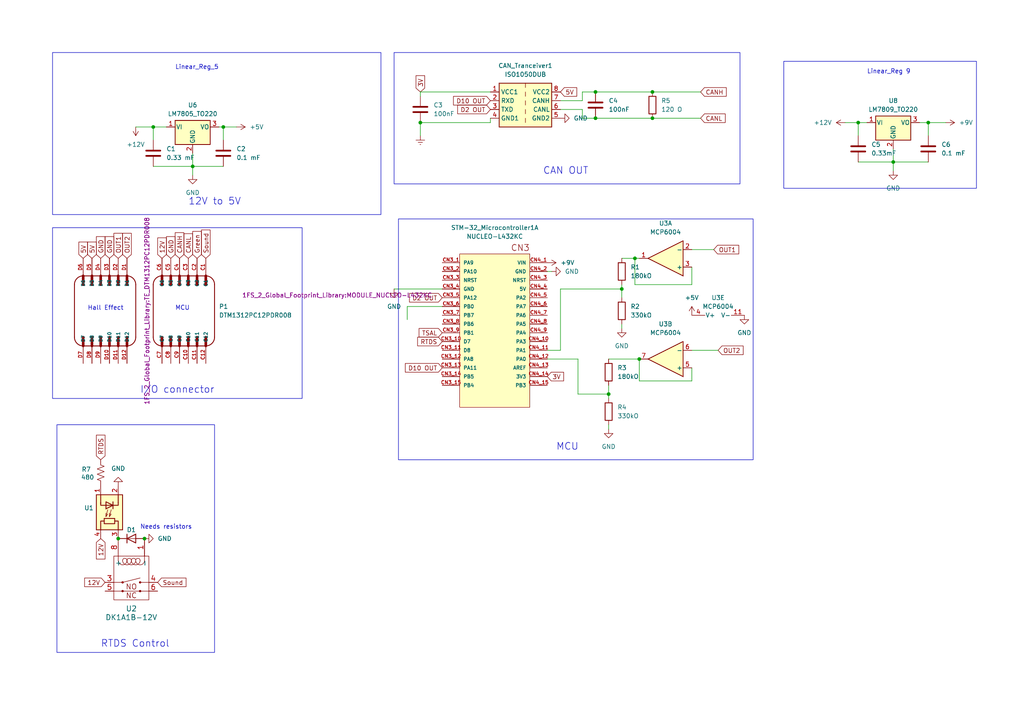
<source format=kicad_sch>
(kicad_sch (version 20230121) (generator eeschema)
  (paper "A4")
  (title_block (title "APPS/RTDS MCU PCB") (date "2024-02-18") (comment 1 "MCU sends APPS signals through CAN and controls RTDS and TSAL"))
  (lib_symbols
    (symbol "1FS_2_Global_Symbol_Library:DTM1312PC12PDR008" (pin_names (offset 1.016))
      (property "Reference" "P" (at -10.1854 20.3707 0))
      (property "Value" "DTM1312PC12PDR008" (at -10.1731 -22.8896 0))
      (symbol "DTM1312PC12PDR008_0_0"
        (arc (start -10.16 -17.78) (mid -9.4161 -19.5761) (end -7.62 -20.32) (stroke (width 0.254)))
        (arc (start -10.16 5.08) (mid -9.4161 3.2839) (end -7.62 2.54) (stroke (width 0.254)))
        (arc (start -7.62 -2.54) (mid -9.4161 -3.2839) (end -10.16 -5.08) (stroke (width 0.254)))
        (arc (start -7.62 20.32) (mid -9.4161 19.5761) (end -10.16 17.78) (stroke (width 0.254)))
        (polyline (pts (xy -10.16 -17.78) (xy -10.16 -15.24)) (stroke (width 0.254)))
        (polyline (pts (xy -10.16 -17.78) (xy -7.62 -17.78)) (stroke (width 0.762)))
        (polyline (pts (xy -10.16 -15.24) (xy -10.16 -12.7)) (stroke (width 0.254)))
        (polyline (pts (xy -10.16 -15.24) (xy -7.62 -15.24)) (stroke (width 0.762)))
        (polyline (pts (xy -10.16 -12.7) (xy -10.16 -10.16)) (stroke (width 0.254)))
        (polyline (pts (xy -10.16 -12.7) (xy -7.62 -12.7)) (stroke (width 0.762)))
        (polyline (pts (xy -10.16 -10.16) (xy -10.16 -7.62)) (stroke (width 0.254)))
        (polyline (pts (xy -10.16 -10.16) (xy -7.62 -10.16)) (stroke (width 0.762)))
        (polyline (pts (xy -10.16 -7.62) (xy -10.16 -5.08)) (stroke (width 0.254)))
        (polyline (pts (xy -10.16 -7.62) (xy -7.62 -7.62)) (stroke (width 0.762)))
        (polyline (pts (xy -10.16 -5.08) (xy -7.62 -5.08)) (stroke (width 0.762)))
        (polyline (pts (xy -10.16 5.08) (xy -10.16 7.62)) (stroke (width 0.254)))
        (polyline (pts (xy -10.16 5.08) (xy -7.62 5.08)) (stroke (width 0.762)))
        (polyline (pts (xy -10.16 7.62) (xy -10.16 10.16)) (stroke (width 0.254)))
        (polyline (pts (xy -10.16 7.62) (xy -7.62 7.62)) (stroke (width 0.762)))
        (polyline (pts (xy -10.16 10.16) (xy -10.16 12.7)) (stroke (width 0.254)))
        (polyline (pts (xy -10.16 10.16) (xy -7.62 10.16)) (stroke (width 0.762)))
        (polyline (pts (xy -10.16 12.7) (xy -10.16 15.24)) (stroke (width 0.254)))
        (polyline (pts (xy -10.16 12.7) (xy -7.62 12.7)) (stroke (width 0.762)))
        (polyline (pts (xy -10.16 15.24) (xy -10.16 17.78)) (stroke (width 0.254)))
        (polyline (pts (xy -10.16 15.24) (xy -7.62 15.24)) (stroke (width 0.762)))
        (polyline (pts (xy -10.16 17.78) (xy -7.62 17.78)) (stroke (width 0.762)))
        (polyline (pts (xy -7.62 -2.54) (xy 7.62 -2.54)) (stroke (width 0.254)))
        (polyline (pts (xy -7.62 20.32) (xy 7.62 20.32)) (stroke (width 0.254)))
        (polyline (pts (xy 7.62 -20.32) (xy -7.62 -20.32)) (stroke (width 0.254)))
        (polyline (pts (xy 7.62 -17.78) (xy 10.16 -17.78)) (stroke (width 0.762)))
        (polyline (pts (xy 7.62 -15.24) (xy 10.16 -15.24)) (stroke (width 0.762)))
        (polyline (pts (xy 7.62 -12.7) (xy 10.16 -12.7)) (stroke (width 0.762)))
        (polyline (pts (xy 7.62 -10.16) (xy 10.16 -10.16)) (stroke (width 0.762)))
        (polyline (pts (xy 7.62 -7.62) (xy 10.16 -7.62)) (stroke (width 0.762)))
        (polyline (pts (xy 7.62 -5.08) (xy 10.16 -5.08)) (stroke (width 0.762)))
        (polyline (pts (xy 7.62 2.54) (xy -7.62 2.54)) (stroke (width 0.254)))
        (polyline (pts (xy 7.62 5.08) (xy 10.16 5.08)) (stroke (width 0.762)))
        (polyline (pts (xy 7.62 7.62) (xy 10.16 7.62)) (stroke (width 0.762)))
        (polyline (pts (xy 7.62 10.16) (xy 10.16 10.16)) (stroke (width 0.762)))
        (polyline (pts (xy 7.62 12.7) (xy 10.16 12.7)) (stroke (width 0.762)))
        (polyline (pts (xy 7.62 15.24) (xy 10.16 15.24)) (stroke (width 0.762)))
        (polyline (pts (xy 7.62 17.78) (xy 10.16 17.78)) (stroke (width 0.762)))
        (polyline (pts (xy 10.16 -5.08) (xy 10.16 -17.78)) (stroke (width 0.254)))
        (polyline (pts (xy 10.16 17.78) (xy 10.16 5.08)) (stroke (width 0.254)))
        (arc (start 7.62 -20.32) (mid 9.4161 -19.5761) (end 10.16 -17.78) (stroke (width 0.254)))
        (arc (start 7.62 2.54) (mid 9.4161 3.2839) (end 10.16 5.08) (stroke (width 0.254)))
        (arc (start 10.16 -5.08) (mid 9.4161 -3.2839) (end 7.62 -2.54) (stroke (width 0.254)))
        (arc (start 10.16 17.78) (mid 9.4161 19.5761) (end 7.62 20.32) (stroke (width 0.254)))
        (pin passive line (at -15.24 17.78 0) (length 5.08) (name "C1") (number "C1"))
        (pin passive line (at 15.24 12.7 180) (length 5.08) (name "C10") (number "C10"))
        (pin passive line (at 15.24 15.24 180) (length 5.08) (name "C11") (number "C11"))
        (pin passive line (at 15.24 17.78 180) (length 5.08) (name "C12") (number "C12"))
        (pin passive line (at -15.24 15.24 0) (length 5.08) (name "C2") (number "C2"))
        (pin passive line (at -15.24 12.7 0) (length 5.08) (name "C3") (number "C3"))
        (pin passive line (at -15.24 10.16 0) (length 5.08) (name "C4") (number "C4"))
        (pin passive line (at -15.24 7.62 0) (length 5.08) (name "C5") (number "C5"))
        (pin passive line (at -15.24 5.08 0) (length 5.08) (name "C6") (number "C6"))
        (pin passive line (at 15.24 5.08 180) (length 5.08) (name "C7") (number "C7"))
        (pin passive line (at 15.24 7.62 180) (length 5.08) (name "C8") (number "C8"))
        (pin passive line (at 15.24 10.16 180) (length 5.08) (name "C9") (number "C9"))
        (pin passive line (at -15.24 -5.08 0) (length 5.08) (name "D1") (number "D1"))
        (pin passive line (at 15.24 -10.16 180) (length 5.08) (name "D10") (number "D10"))
        (pin passive line (at 15.24 -7.62 180) (length 5.08) (name "D11") (number "D11"))
        (pin passive line (at 15.24 -5.08 180) (length 5.08) (name "D12") (number "D12"))
        (pin passive line (at -15.24 -7.62 0) (length 5.08) (name "D2") (number "D2"))
        (pin passive line (at -15.24 -10.16 0) (length 5.08) (name "D3") (number "D3"))
        (pin passive line (at -15.24 -12.7 0) (length 5.08) (name "D4") (number "D4"))
        (pin passive line (at -15.24 -15.24 0) (length 5.08) (name "D5") (number "D5"))
        (pin passive line (at -15.24 -17.78 0) (length 5.08) (name "D6") (number "D6"))
        (pin passive line (at 15.24 -17.78 180) (length 5.08) (name "D7") (number "D7"))
        (pin passive line (at 15.24 -15.24 180) (length 5.08) (name "D8") (number "D8"))
        (pin passive line (at 15.24 -12.7 180) (length 5.08) (name "D9") (number "D9"))
      )
    )
    (symbol "1FS_2_Global_Symbol_Library:NUCLEO-L432KC" (pin_names (offset 1.016))
      (property "Reference" "U" (at 10.16 21.082 0))
      (property "Value" "NUCLEO-L432KC" (at -7.62 -25.4 0))
      (symbol "NUCLEO-L432KC_1_0"
        (rectangle (start -10.16 17.78) (end 10.16 -26.67) (stroke (width 0.1524)) (fill (type background)))
        (text "CN3" (at 10.16 18.542 0) (effects (font (size 1.778 1.778)) (justify right bottom)))
        (pin bidirectional line (at -15.24 15.24 0) (length 5.08) (name "PA9") (number "CN3_1"))
        (pin bidirectional line (at -15.24 -12.7 0) (length 5.08) (name "PA8") (number "CN3_12"))
        (pin bidirectional line (at -15.24 -15.24 0) (length 5.08) (name "PA11") (number "CN3_13"))
        (pin bidirectional line (at -15.24 -17.78 0) (length 5.08) (name "PB5") (number "CN3_14"))
        (pin bidirectional line (at -15.24 -20.32 0) (length 5.08) (name "PB4") (number "CN3_15"))
        (pin bidirectional line (at -15.24 12.7 0) (length 5.08) (name "PA10") (number "CN3_2"))
        (pin bidirectional line (at -15.24 5.08 0) (length 5.08) (name "PA12") (number "CN3_5"))
        (pin bidirectional line (at -15.24 2.54 0) (length 5.08) (name "PB0") (number "CN3_6"))
        (pin bidirectional line (at -15.24 0 0) (length 5.08) (name "PB7") (number "CN3_7"))
        (pin bidirectional line (at -15.24 -2.54 0) (length 5.08) (name "PB6") (number "CN3_8"))
        (pin bidirectional line (at -15.24 -5.08 0) (length 5.08) (name "PB1") (number "CN3_9"))
      )
      (symbol "NUCLEO-L432KC_1_1"
        (pin bidirectional line (at -15.24 -7.62 0) (length 5.08) (name "D7") (number "CN3_10"))
        (pin bidirectional line (at -15.24 -10.16 0) (length 5.08) (name "D8") (number "CN3_11"))
        (pin bidirectional line (at -15.24 10.16 0) (length 5.08) (name "NRST") (number "CN3_3"))
        (pin power_in line (at -15.24 7.62 0) (length 5.08) (name "GND") (number "CN3_4"))
        (pin power_in line (at 15.24 15.24 180) (length 5.08) (name "VIN") (number "CN4_1"))
        (pin bidirectional line (at 15.24 -7.62 180) (length 5.08) (name "PA3") (number "CN4_10"))
        (pin bidirectional line (at 15.24 -10.16 180) (length 5.08) (name "PA1") (number "CN4_11"))
        (pin bidirectional line (at 15.24 -12.7 180) (length 5.08) (name "PA0") (number "CN4_12"))
        (pin bidirectional line (at 15.24 -15.24 180) (length 5.08) (name "AREF") (number "CN4_13"))
        (pin power_out line (at 15.24 -17.78 180) (length 5.08) (name "3V3") (number "CN4_14"))
        (pin bidirectional line (at 15.24 -20.32 180) (length 5.08) (name "PB3") (number "CN4_15"))
        (pin power_in line (at 15.24 12.7 180) (length 5.08) (name "GND") (number "CN4_2"))
        (pin bidirectional line (at 15.24 10.16 180) (length 5.08) (name "NRST") (number "CN4_3"))
        (pin power_out line (at 15.24 7.62 180) (length 5.08) (name "5V") (number "CN4_4"))
        (pin bidirectional line (at 15.24 5.08 180) (length 5.08) (name "PA2") (number "CN4_5"))
        (pin bidirectional line (at 15.24 2.54 180) (length 5.08) (name "PA7") (number "CN4_6"))
        (pin bidirectional line (at 15.24 0 180) (length 5.08) (name "PA6") (number "CN4_7"))
        (pin bidirectional line (at 15.24 -2.54 180) (length 5.08) (name "PA5") (number "CN4_8"))
        (pin bidirectional line (at 15.24 -5.08 180) (length 5.08) (name "PA4") (number "CN4_9"))
      )
      (symbol "NUCLEO-L432KC_2_0"
        (rectangle (start -10.16 -17.78) (end 10.16 17.78) (stroke (width 0.1524)) (fill (type background)))
        (text "CN4" (at -10.16 18.542 0) (effects (font (size 1.778 1.778)) (justify left bottom)))
        (pin input line (at -15.24 7.62 0) (length 5.08) (name "VIN") (number "CN4_1"))
        (pin bidirectional line (at -15.24 -10.16 0) (length 5.08) (name "PA3") (number "CN4_10"))
        (pin bidirectional line (at -15.24 -5.08 0) (length 5.08) (name "PA1") (number "CN4_11"))
        (pin bidirectional line (at -15.24 -2.54 0) (length 5.08) (name "PA0") (number "CN4_12"))
        (pin bidirectional line (at 15.24 7.62 180) (length 5.08) (name "AREF") (number "CN4_13"))
        (pin power_in line (at 15.24 12.7 180) (length 5.08) (name "+3V3") (number "CN4_14"))
        (pin bidirectional line (at 15.24 2.54 180) (length 5.08) (name "PB3") (number "CN4_15"))
        (pin power_in line (at 15.24 -15.24 180) (length 5.08) (name "GND_CN4") (number "CN4_2"))
        (pin bidirectional line (at -15.24 2.54 0) (length 5.08) (name "NRST_CN4") (number "CN4_3"))
        (pin power_in line (at 15.24 15.24 180) (length 5.08) (name "+5V") (number "CN4_4"))
        (pin bidirectional line (at -15.24 -7.62 0) (length 5.08) (name "PA2") (number "CN4_5"))
        (pin bidirectional line (at 15.24 -10.16 180) (length 5.08) (name "PA7") (number "CN4_6"))
        (pin bidirectional line (at 15.24 -7.62 180) (length 5.08) (name "PA6") (number "CN4_7"))
        (pin bidirectional line (at 15.24 -5.08 180) (length 5.08) (name "PA5") (number "CN4_8"))
        (pin bidirectional line (at 15.24 -2.54 180) (length 5.08) (name "PA4") (number "CN4_9"))
      )
      (symbol "NUCLEO-L432KC_2_1"
        (pin bidirectional line (at 17.78 6.35 180) (length 5.08) (name "PA2") (number "-UB"))
      )
    )
    (symbol "2FS-1_Symbol Library:DK1A1B-12V" (pin_names (offset 1.016))
      (property "Reference" "U" (at -2.54 0 0))
      (property "Value" "DK1A1B-12V" (at 6.35 0 90))
      (symbol "DK1A1B-12V_0_0"
        (text "NC" (at 3.81 0 900) (effects (font (size 1.524 1.524))))
        (text "NO" (at 1.27 0 900) (effects (font (size 1.524 1.524))))
      )
      (symbol "DK1A1B-12V_0_1"
        (arc (start -6.35 -3.81) (mid -5.0855 -2.54) (end -6.35 -1.27) (stroke (width 0.1524)))
        (arc (start -6.35 -2.54) (mid -5.0855 -1.27) (end -6.35 0) (stroke (width 0.1524)))
        (arc (start -6.35 -1.27) (mid -6.9823 -1.905) (end -6.35 -2.54) (stroke (width 0.1524)))
        (arc (start -6.35 -1.27) (mid -5.0855 0) (end -6.35 1.27) (stroke (width 0.1524)))
        (arc (start -6.35 0) (mid -6.9823 -0.635) (end -6.35 -1.27) (stroke (width 0.1524)))
        (arc (start -6.35 0) (mid -5.0855 1.27) (end -6.35 2.54) (stroke (width 0.1524)))
        (arc (start -6.35 1.27) (mid -6.9823 0.635) (end -6.35 0) (stroke (width 0.1524)))
        (arc (start -6.35 1.27) (mid -5.0855 2.54) (end -6.35 3.81) (stroke (width 0.1524)))
        (arc (start -6.35 2.54) (mid -6.9823 1.905) (end -6.35 1.27) (stroke (width 0.1524)))
        (circle (center 0 -2.54) (radius 0.254) (stroke (width 0.1524)) (fill (type outline)))
        (polyline (pts (xy -7.62 -3.81) (xy -6.35 -3.81)) (stroke (width 0.1524)))
        (polyline (pts (xy -7.62 3.81) (xy -6.35 3.81)) (stroke (width 0.1524)))
        (polyline (pts (xy 0 -5.08) (xy 0 -2.54)) (stroke (width 0.1524)))
        (polyline (pts (xy 2.54 -5.08) (xy 2.54 5.08)) (stroke (width 0.1524)) (fill (type outline)))
        (polyline (pts (xy 0 5.08) (xy 0 2.54) (xy -1.27 -2.54)) (stroke (width 0.1524)))
        (circle (center 0 2.54) (radius 0.254) (stroke (width 0.1524)) (fill (type outline)))
        (circle (center 2.54 -2.54) (radius 0.254) (stroke (width 0.1524)) (fill (type outline)))
        (circle (center 2.54 2.54) (radius 0.254) (stroke (width 0.1524)) (fill (type outline)))
        (rectangle (start 5.08 5.08) (end -7.62 -5.08) (stroke (width 0.1524)))
      )
      (symbol "DK1A1B-12V_1_1"
        (pin power_in line (at -12.7 -3.81 0) (length 5.08) (name "-") (number "1"))
        (pin passive line (at 0 7.62 270) (length 2.54) (name "~") (number "3"))
        (pin passive line (at 0 -7.62 90) (length 2.54) (name "~") (number "4"))
        (pin passive line (at 2.54 7.62 270) (length 2.54) (name "~") (number "5"))
        (pin passive line (at 2.54 -7.62 90) (length 2.54) (name "~") (number "6"))
        (pin power_in line (at -12.7 3.81 0) (length 5.08) (name "+") (number "8"))
      )
    )
    (symbol "Amplifier_Operational:MCP6004" (pin_names (offset 0.127))
      (property "Reference" "U" (at 0 5.08 0))
      (property "Value" "MCP6004" (at 0 -5.08 0))
      (symbol "MCP6004_1_1"
        (polyline (pts (xy -5.08 5.08) (xy 5.08 0) (xy -5.08 -5.08) (xy -5.08 5.08)) (stroke (width 0.254)) (fill (type background)))
        (pin output line (at 7.62 0 180) (length 2.54) (name "~") (number "1"))
        (pin input line (at -7.62 -2.54 0) (length 2.54) (name "-") (number "2"))
        (pin input line (at -7.62 2.54 0) (length 2.54) (name "+") (number "3"))
      )
      (symbol "MCP6004_2_1"
        (polyline (pts (xy -5.08 5.08) (xy 5.08 0) (xy -5.08 -5.08) (xy -5.08 5.08)) (stroke (width 0.254)) (fill (type background)))
        (pin input line (at -7.62 2.54 0) (length 2.54) (name "+") (number "5"))
        (pin input line (at -7.62 -2.54 0) (length 2.54) (name "-") (number "6"))
        (pin output line (at 7.62 0 180) (length 2.54) (name "~") (number "7"))
      )
      (symbol "MCP6004_3_1"
        (polyline (pts (xy -5.08 5.08) (xy 5.08 0) (xy -5.08 -5.08) (xy -5.08 5.08)) (stroke (width 0.254)) (fill (type background)))
        (pin input line (at -7.62 2.54 0) (length 2.54) (name "+") (number "10"))
        (pin output line (at 7.62 0 180) (length 2.54) (name "~") (number "8"))
        (pin input line (at -7.62 -2.54 0) (length 2.54) (name "-") (number "9"))
      )
      (symbol "MCP6004_4_1"
        (polyline (pts (xy -5.08 5.08) (xy 5.08 0) (xy -5.08 -5.08) (xy -5.08 5.08)) (stroke (width 0.254)) (fill (type background)))
        (pin input line (at -7.62 2.54 0) (length 2.54) (name "+") (number "12"))
        (pin input line (at -7.62 -2.54 0) (length 2.54) (name "-") (number "13"))
        (pin output line (at 7.62 0 180) (length 2.54) (name "~") (number "14"))
      )
      (symbol "MCP6004_5_1"
        (pin power_in line (at -2.54 -7.62 90) (length 3.81) (name "V-") (number "11"))
        (pin power_in line (at -2.54 7.62 270) (length 3.81) (name "V+") (number "4"))
      )
    )
    (symbol "Device:C" (pin_numbers hide) (pin_names (offset 0.254))
      (property "Reference" "C" (at 0.635 2.54 0))
      (property "Value" "C" (at 0.635 -2.54 0))
      (symbol "C_0_1"
        (polyline (pts (xy -2.032 -0.762) (xy 2.032 -0.762)) (stroke (width 0.508)))
        (polyline (pts (xy -2.032 0.762) (xy 2.032 0.762)) (stroke (width 0.508)))
      )
      (symbol "C_1_1"
        (pin passive line (at 0 3.81 270) (length 2.794) (name "~") (number "1"))
        (pin passive line (at 0 -3.81 90) (length 2.794) (name "~") (number "2"))
      )
    )
    (symbol "Device:D" (pin_numbers hide) (pin_names (offset 1.016) hide)
      (property "Reference" "D" (at 0 2.54 0))
      (property "Value" "D" (at 0 -2.54 0))
      (symbol "D_0_1"
        (polyline (pts (xy -1.27 1.27) (xy -1.27 -1.27)) (stroke (width 0.254)))
        (polyline (pts (xy 1.27 0) (xy -1.27 0)))
        (polyline (pts (xy 1.27 1.27) (xy 1.27 -1.27) (xy -1.27 0) (xy 1.27 1.27)) (stroke (width 0.254)))
      )
      (symbol "D_1_1"
        (pin passive line (at -3.81 0 0) (length 2.54) (name "K") (number "1"))
        (pin passive line (at 3.81 0 180) (length 2.54) (name "A") (number "2"))
      )
    )
    (symbol "Device:R" (pin_numbers hide) (pin_names (offset 0))
      (property "Reference" "R" (at 2.032 0 90))
      (property "Value" "R" (at 0 0 90))
      (symbol "R_0_1"
        (rectangle (start -1.016 -2.54) (end 1.016 2.54) (stroke (width 0.254)))
      )
      (symbol "R_1_1"
        (pin passive line (at 0 3.81 270) (length 1.27) (name "~") (number "1"))
        (pin passive line (at 0 -3.81 90) (length 1.27) (name "~") (number "2"))
      )
    )
    (symbol "Device:R_US" (pin_numbers hide) (pin_names (offset 0))
      (property "Reference" "R" (at 2.54 0 90))
      (property "Value" "R_US" (at -2.54 0 90))
      (symbol "R_US_0_1"
        (polyline (pts (xy 0 -2.286) (xy 0 -2.54)))
        (polyline (pts (xy 0 2.286) (xy 0 2.54)))
        (polyline (pts (xy 0 -0.762) (xy 1.016 -1.143) (xy 0 -1.524) (xy -1.016 -1.905) (xy 0 -2.286)))
        (polyline (pts (xy 0 0.762) (xy 1.016 0.381) (xy 0 0) (xy -1.016 -0.381) (xy 0 -0.762)))
        (polyline (pts (xy 0 2.286) (xy 1.016 1.905) (xy 0 1.524) (xy -1.016 1.143) (xy 0 0.762)))
      )
      (symbol "R_US_1_1"
        (pin passive line (at 0 3.81 270) (length 1.27) (name "~") (number "1"))
        (pin passive line (at 0 -3.81 90) (length 1.27) (name "~") (number "2"))
      )
    )
    (symbol "Interface_CAN_LIN:ISO1050DUB"
      (property "Reference" "U" (at -6.35 6.35 0))
      (property "Value" "ISO1050DUB" (at 2.54 6.35 0))
      (symbol "ISO1050DUB_0_1"
        (rectangle (start -7.62 5.08) (end 7.62 -7.62) (stroke (width 0.254)) (fill (type background)))
        (polyline (pts (xy 0 -5.08) (xy 0 -6.35)))
        (polyline (pts (xy 0 -2.54) (xy 0 -3.81)))
        (polyline (pts (xy 0 0) (xy 0 -1.27)))
        (polyline (pts (xy 0 2.54) (xy 0 1.27)))
        (polyline (pts (xy 0 5.08) (xy 0 3.81)))
      )
      (symbol "ISO1050DUB_1_1"
        (pin power_in line (at -10.16 2.54 0) (length 2.54) (name "VCC1") (number "1"))
        (pin output line (at -10.16 0 0) (length 2.54) (name "RXD") (number "2"))
        (pin input line (at -10.16 -2.54 0) (length 2.54) (name "TXD") (number "3"))
        (pin power_in line (at -10.16 -5.08 0) (length 2.54) (name "GND1") (number "4"))
        (pin power_in line (at 10.16 -5.08 180) (length 2.54) (name "GND2") (number "5"))
        (pin bidirectional line (at 10.16 -2.54 180) (length 2.54) (name "CANL") (number "6"))
        (pin bidirectional line (at 10.16 0 180) (length 2.54) (name "CANH") (number "7"))
        (pin power_in line (at 10.16 2.54 180) (length 2.54) (name "VCC2") (number "8"))
      )
    )
    (symbol "Isolator:NSL-32" (pin_names (offset 0.762) hide)
      (property "Reference" "U" (at 0 5.08 0))
      (property "Value" "NSL-32" (at 0 -5.08 0))
      (symbol "NSL-32_0_1"
        (rectangle (start -5.08 3.81) (end 5.08 -3.81) (stroke (width 0.254)) (fill (type background)))
        (polyline (pts (xy -5.08 2.54) (xy -2.54 2.54)) (stroke (width 0.254)))
        (polyline (pts (xy -2.794 -2.54) (xy -5.08 -2.54)) (stroke (width 0.254)))
        (polyline (pts (xy -1.016 -1.016) (xy -3.048 -1.016) (xy -3.048 -1.016)) (stroke (width 0.254)))
        (polyline (pts (xy -0.762 -0.508) (xy 1.27 0) (xy 1.27 0)))
        (polyline (pts (xy -0.762 0.508) (xy 1.27 1.016) (xy 1.27 1.016)))
        (polyline (pts (xy 2.54 -1.524) (xy 2.54 -2.54) (xy 5.08 -2.54)) (stroke (width 0.254)))
        (polyline (pts (xy 2.54 1.524) (xy 2.54 2.54) (xy 5.08 2.54)) (stroke (width 0.254)))
        (polyline (pts (xy -2.794 -2.54) (xy -2.032 -2.54) (xy -2.032 2.54) (xy -2.794 2.54)) (stroke (width 0.254)))
        (polyline (pts (xy 0.254 0) (xy 1.27 0) (xy 0.508 -0.508) (xy 0.508 -0.508)))
        (polyline (pts (xy 0.254 1.016) (xy 1.27 1.016) (xy 0.508 0.508) (xy 0.508 0.508)))
        (polyline (pts (xy -1.016 1.016) (xy -3.048 1.016) (xy -2.032 -1.016) (xy -1.016 1.016) (xy -1.016 1.016) (xy -1.016 1.016)) (stroke (width 0.254)))
        (rectangle (start 1.778 1.524) (end 3.302 -1.524) (stroke (width 0.254)))
      )
      (symbol "NSL-32_1_1"
        (pin passive line (at -7.62 2.54 0) (length 2.54) (name "A") (number "1"))
        (pin passive line (at -7.62 -2.54 0) (length 2.54) (name "K") (number "2"))
        (pin passive line (at 7.62 -2.54 180) (length 2.54) (name "R") (number "3"))
        (pin passive line (at 7.62 2.54 180) (length 2.54) (name "R") (number "4"))
      )
    )
    (symbol "Regulator_Linear:LM7805_TO220" (pin_names (offset 0.254))
      (property "Reference" "U" (at -3.81 3.175 0))
      (property "Value" "LM7805_TO220" (at 0 3.175 0))
      (symbol "LM7805_TO220_0_1"
        (rectangle (start -5.08 1.905) (end 5.08 -5.08) (stroke (width 0.254)) (fill (type background)))
      )
      (symbol "LM7805_TO220_1_1"
        (pin power_in line (at -7.62 0 0) (length 2.54) (name "VI") (number "1"))
        (pin power_in line (at 0 -7.62 90) (length 2.54) (name "GND") (number "2"))
        (pin power_out line (at 7.62 0 180) (length 2.54) (name "VO") (number "3"))
      )
    )
    (symbol "Regulator_Linear:LM7809_TO220" (pin_names (offset 0.254))
      (property "Reference" "U" (at -3.81 3.175 0))
      (property "Value" "LM7809_TO220" (at 0 3.175 0))
      (symbol "LM7809_TO220_0_1"
        (rectangle (start -5.08 1.905) (end 5.08 -5.08) (stroke (width 0.254)) (fill (type background)))
      )
      (symbol "LM7809_TO220_1_1"
        (pin power_in line (at -7.62 0 0) (length 2.54) (name "VI") (number "1"))
        (pin power_in line (at 0 -7.62 90) (length 2.54) (name "GND") (number "2"))
        (pin power_out line (at 7.62 0 180) (length 2.54) (name "VO") (number "3"))
      )
    )
    (symbol "power:+12V" (power) (pin_names (offset 0))
      (property "Value" "+12V" (at 0 3.556 0))
      (symbol "+12V_0_1"
        (polyline (pts (xy -0.762 1.27) (xy 0 2.54)))
        (polyline (pts (xy 0 0) (xy 0 2.54)))
        (polyline (pts (xy 0 2.54) (xy 0.762 1.27)))
      )
      (symbol "+12V_1_1"
        (pin power_in line (at 0 0 90) (length 0) hide (name "+12V") (number "1"))
      )
    )
    (symbol "power:+5V" (power) (pin_names (offset 0))
      (property "Value" "+5V" (at 0 3.556 0))
      (symbol "+5V_0_1"
        (polyline (pts (xy -0.762 1.27) (xy 0 2.54)))
        (polyline (pts (xy 0 0) (xy 0 2.54)))
        (polyline (pts (xy 0 2.54) (xy 0.762 1.27)))
      )
      (symbol "+5V_1_1"
        (pin power_in line (at 0 0 90) (length 0) hide (name "+5V") (number "1"))
      )
    )
    (symbol "power:+9V" (power) (pin_names (offset 0))
      (property "Value" "+9V" (at 0 3.556 0))
      (symbol "+9V_0_1"
        (polyline (pts (xy -0.762 1.27) (xy 0 2.54)))
        (polyline (pts (xy 0 0) (xy 0 2.54)))
        (polyline (pts (xy 0 2.54) (xy 0.762 1.27)))
      )
      (symbol "+9V_1_1"
        (pin power_in line (at 0 0 90) (length 0) hide (name "+9V") (number "1"))
      )
    )
    (symbol "power:Earth" (power) (pin_names (offset 0))
      (symbol "Earth_0_1"
        (polyline (pts (xy -0.635 -1.905) (xy 0.635 -1.905)))
        (polyline (pts (xy -0.127 -2.54) (xy 0.127 -2.54)))
        (polyline (pts (xy 0 -1.27) (xy 0 0)))
        (polyline (pts (xy 1.27 -1.27) (xy -1.27 -1.27)))
      )
      (symbol "Earth_1_1"
        (pin power_in line (at 0 0 270) (length 0) hide (name "Earth") (number "1"))
      )
    )
    (symbol "power:GND" (power) (pin_names (offset 0))
      (property "Value" "GND" (at 0 -3.81 0))
      (symbol "GND_0_1"
        (polyline (pts (xy 0 0) (xy 0 -1.27) (xy 1.27 -1.27) (xy 0 -2.54) (xy -1.27 -1.27) (xy 0 -1.27)))
      )
      (symbol "GND_1_1"
        (pin power_in line (at 0 0 270) (length 0) hide (name "GND") (number "1"))
      )
    )
  )
  (junction (at 248.92 35.56))
  (junction (at 41.91 156.21))
  (junction (at 55.88 48.26))
  (junction (at 176.53 114.3))
  (junction (at 172.72 26.67))
  (junction (at 34.29 156.21))
  (junction (at 172.72 34.29))
  (junction (at 121.92 35.56))
  (junction (at 44.45 36.83))
  (junction (at 64.77 36.83))
  (junction (at 180.34 83.82))
  (junction (at 185.42 104.14))
  (junction (at 184.15 74.93))
  (junction (at 259.08 46.99))
  (junction (at 189.23 34.29))
  (junction (at 269.24 35.56))
  (junction (at 189.23 26.67))
  (wire (pts (xy 64.77 36.83) (xy 64.77 40.64)))
  (wire (pts (xy 200.66 82.55) (xy 184.15 82.55)))
  (wire (pts (xy 259.08 46.99) (xy 259.08 49.53)))
  (wire (pts (xy 248.92 35.56) (xy 251.46 35.56)))
  (wire (pts (xy 259.08 46.99) (xy 269.24 46.99)))
  (wire (pts (xy 248.92 35.56) (xy 248.92 39.37)))
  (wire (pts (xy 184.15 74.93) (xy 185.42 74.93)))
  (wire (pts (xy 176.53 123.19) (xy 176.53 124.46)))
  (wire (pts (xy 200.66 101.6) (xy 208.28 101.6)))
  (wire (pts (xy 245.11 35.56) (xy 248.92 35.56)))
  (wire (pts (xy 176.53 114.3) (xy 176.53 115.57)))
  (wire (pts (xy 180.34 82.55) (xy 180.34 83.82)))
  (wire (pts (xy 162.56 101.6) (xy 158.75 101.6)))
  (wire (pts (xy 176.53 114.3) (xy 167.64 114.3)))
  (wire (pts (xy 121.92 26.67) (xy 142.24 26.67)))
  (wire (pts (xy 180.34 93.98) (xy 180.34 95.25)))
  (wire (pts (xy 259.08 43.18) (xy 259.08 46.99)))
  (wire (pts (xy 167.64 114.3) (xy 167.64 104.14)))
  (wire (pts (xy 184.15 82.55) (xy 184.15 74.93)))
  (wire (pts (xy 63.5 36.83) (xy 64.77 36.83)))
  (wire (pts (xy 180.34 74.93) (xy 184.15 74.93)))
  (wire (pts (xy 158.75 78.74) (xy 160.02 78.74)))
  (wire (pts (xy 176.53 104.14) (xy 185.42 104.14)))
  (wire (pts (xy 185.42 110.49) (xy 200.66 110.49)))
  (wire (pts (xy 168.91 29.21) (xy 168.91 26.67)))
  (wire (pts (xy 168.91 26.67) (xy 172.72 26.67)))
  (wire (pts (xy 55.88 44.45) (xy 55.88 48.26)))
  (wire (pts (xy 162.56 31.75) (xy 168.91 31.75)))
  (wire (pts (xy 55.88 48.26) (xy 64.77 48.26)))
  (wire (pts (xy 200.66 110.49) (xy 200.66 106.68)))
  (wire (pts (xy 172.72 34.29) (xy 189.23 34.29)))
  (wire (pts (xy 39.37 36.83) (xy 44.45 36.83)))
  (wire (pts (xy 121.92 35.56) (xy 121.92 39.37)))
  (wire (pts (xy 200.66 72.39) (xy 207.01 72.39)))
  (wire (pts (xy 176.53 111.76) (xy 176.53 114.3)))
  (wire (pts (xy 180.34 83.82) (xy 162.56 83.82)))
  (wire (pts (xy 180.34 83.82) (xy 180.34 86.36)))
  (wire (pts (xy 168.91 34.29) (xy 172.72 34.29)))
  (wire (pts (xy 44.45 36.83) (xy 44.45 40.64)))
  (wire (pts (xy 118.11 88.9) (xy 118.11 92.71)))
  (wire (pts (xy 269.24 35.56) (xy 269.24 39.37)))
  (wire (pts (xy 189.23 26.67) (xy 203.2 26.67)))
  (wire (pts (xy 44.45 36.83) (xy 48.26 36.83)))
  (wire (pts (xy 162.56 83.82) (xy 162.56 101.6)))
  (wire (pts (xy 200.66 82.55) (xy 200.66 77.47)))
  (wire (pts (xy 269.24 35.56) (xy 274.32 35.56)))
  (wire (pts (xy 64.77 36.83) (xy 68.58 36.83)))
  (wire (pts (xy 266.7 35.56) (xy 269.24 35.56)))
  (wire (pts (xy 185.42 104.14) (xy 185.42 110.49)))
  (wire (pts (xy 114.3 83.82) (xy 128.27 83.82)))
  (wire (pts (xy 121.92 35.56) (xy 142.24 35.56)))
  (wire (pts (xy 168.91 31.75) (xy 168.91 34.29)))
  (wire (pts (xy 167.64 104.14) (xy 158.75 104.14)))
  (wire (pts (xy 142.24 35.56) (xy 142.24 34.29)))
  (wire (pts (xy 121.92 26.67) (xy 121.92 27.94)))
  (wire (pts (xy 128.27 88.9) (xy 118.11 88.9)))
  (wire (pts (xy 248.92 46.99) (xy 259.08 46.99)))
  (wire (pts (xy 44.45 48.26) (xy 55.88 48.26)))
  (wire (pts (xy 189.23 34.29) (xy 203.2 34.29)))
  (wire (pts (xy 162.56 29.21) (xy 168.91 29.21)))
  (wire (pts (xy 55.88 48.26) (xy 55.88 50.8)))
  (wire (pts (xy 172.72 26.67) (xy 189.23 26.67)))
  (rectangle (start 114.3 15.24) (end 214.63 53.34))
  (rectangle (start 15.24 15.24) (end 110.49 62.23))
  (rectangle (start 16.51 123.19) (end 62.23 189.23))
  (rectangle (start 15.24 66.04) (end 87.63 115.57))
  (rectangle (start 227.33 17.78) (end 283.21 54.61))
  (rectangle (start 115.57 63.5) (end 218.44 133.35))
  (text "Linear_Reg_5\n" (at 50.8 20.32 0) (effects (font (size 1.27 1.27)) (justify left bottom)))
  (text "I/O connector" (at 40.64 114.3 0) (effects (font (size 2 2)) (justify left bottom)))
  (text "12V to 5V" (at 54.61 59.69 0) (effects (font (size 2 2)) (justify left bottom)))
  (text "MCU\n" (at 50.8 90.17 0) (effects (font (size 1.27 1.27)) (justify left bottom)))
  (text "CAN OUT" (at 157.48 50.8 0) (effects (font (size 2 2)) (justify left bottom)))
  (text "Hall Effect" (at 25.4 90.17 0) (effects (font (size 1.27 1.27)) (justify left bottom)))
  (text "RTDS Control\n" (at 29.21 187.96 0) (effects (font (size 2 2)) (justify left bottom)))
  (text "Linear_Reg 9\n" (at 251.46 21.59 0) (effects (font (size 1.27 1.27)) (justify left bottom)))
  (text "Needs resistors\n" (at 40.64 153.67 0) (effects (font (size 1.27 1.27)) (justify left bottom)))
  (text "MCU\n" (at 161.29 130.81 0) (effects (font (size 2 2)) (justify left bottom)))
  (global_label "Green" (shape input) (at 57.15 74.93 90) (property "Intersheetrefs" "${INTERSHEET_REFS}" (effects hide)))
  (global_label "12V" (shape input) (at 29.21 156.21 270) (property "Intersheetrefs" "${INTERSHEET_REFS}" (effects hide)))
  (global_label "3V" (shape input) (at 158.75 109.22 0) (property "Intersheetrefs" "${INTERSHEET_REFS}" (effects hide)))
  (global_label "TSAL" (shape input) (at 128.27 96.52 180) (property "Intersheetrefs" "${INTERSHEET_REFS}" (effects hide)))
  (global_label "CANH" (shape input) (at 203.2 26.67 0) (property "Intersheetrefs" "${INTERSHEET_REFS}" (effects hide)))
  (global_label "OUT1" (shape input) (at 207.01 72.39 0) (property "Intersheetrefs" "${INTERSHEET_REFS}" (effects hide)))
  (global_label "OUT2" (shape input) (at 36.83 74.93 90) (property "Intersheetrefs" "${INTERSHEET_REFS}" (effects hide)))
  (global_label "GND" (shape input) (at 31.75 74.93 90) (property "Intersheetrefs" "${INTERSHEET_REFS}" (effects hide)))
  (global_label "12V" (shape input) (at 30.48 168.91 180) (property "Intersheetrefs" "${INTERSHEET_REFS}" (effects hide)))
  (global_label "GND" (shape input) (at 49.53 74.93 90) (property "Intersheetrefs" "${INTERSHEET_REFS}" (effects hide)))
  (global_label "RTDS" (shape input) (at 128.27 99.06 180) (property "Intersheetrefs" "${INTERSHEET_REFS}" (effects hide)))
  (global_label "12V" (shape input) (at 46.99 74.93 90) (property "Intersheetrefs" "${INTERSHEET_REFS}" (effects hide)))
  (global_label "D10 OUT" (shape input) (at 128.27 106.68 180) (property "Intersheetrefs" "${INTERSHEET_REFS}" (effects hide)))
  (global_label "OUT2" (shape input) (at 208.28 101.6 0) (property "Intersheetrefs" "${INTERSHEET_REFS}" (effects hide)))
  (global_label "Sound" (shape input) (at 59.69 74.93 90) (property "Intersheetrefs" "${INTERSHEET_REFS}" (effects hide)))
  (global_label "D2 OUT" (shape input) (at 128.27 86.36 180) (property "Intersheetrefs" "${INTERSHEET_REFS}" (effects hide)))
  (global_label "5V" (shape input) (at 26.67 74.93 90) (property "Intersheetrefs" "${INTERSHEET_REFS}" (effects hide)))
  (global_label "5V" (shape input) (at 24.13 74.93 90) (property "Intersheetrefs" "${INTERSHEET_REFS}" (effects hide)))
  (global_label "CANL" (shape input) (at 203.2 34.29 0) (property "Intersheetrefs" "${INTERSHEET_REFS}" (effects hide)))
  (global_label "GND" (shape input) (at 29.21 74.93 90) (property "Intersheetrefs" "${INTERSHEET_REFS}" (effects hide)))
  (global_label "D10 OUT" (shape input) (at 142.24 29.21 180) (property "Intersheetrefs" "${INTERSHEET_REFS}" (effects hide)))
  (global_label "3V" (shape input) (at 121.92 26.67 90) (property "Intersheetrefs" "${INTERSHEET_REFS}" (effects hide)))
  (global_label "5V" (shape input) (at 162.56 26.67 0) (property "Intersheetrefs" "${INTERSHEET_REFS}" (effects hide)))
  (global_label "D2 OUT" (shape input) (at 142.24 31.75 180) (property "Intersheetrefs" "${INTERSHEET_REFS}" (effects hide)))
  (global_label "RTDS" (shape input) (at 29.21 133.35 90) (property "Intersheetrefs" "${INTERSHEET_REFS}" (effects hide)))
  (global_label "CANH" (shape input) (at 52.07 74.93 90) (property "Intersheetrefs" "${INTERSHEET_REFS}" (effects hide)))
  (global_label "Sound" (shape input) (at 45.72 168.91 0) (property "Intersheetrefs" "${INTERSHEET_REFS}" (effects hide)))
  (global_label "CANL" (shape input) (at 54.61 74.93 90) (property "Intersheetrefs" "${INTERSHEET_REFS}" (effects hide)))
  (global_label "OUT1" (shape input) (at 34.29 74.93 90) (property "Intersheetrefs" "${INTERSHEET_REFS}" (effects hide)))
  (symbol (lib_id "power:GND") (at 160.02 78.74 90) (unit 1)
    (property "Reference" "#PWR014" (effects hide))
    (property "Value" "GND" (at 163.83 78.74 90) (effects (justify right)))
  )
  (symbol (lib_id "Device:C") (at 64.77 44.45 0) (unit 1)
    (property "Reference" "C2" (at 68.58 43.18 0) (effects (justify left)))
    (property "Value" "0.1 mF" (at 68.58 45.72 0) (effects (justify left)))
    (property "Footprint" "Capacitor_SMD:C_0805_2012Metric_Pad1.18x1.45mm_HandSolder" (effects hide))
  )
  (symbol (lib_id "power:GND") (at 55.88 50.8 0) (unit 1)
    (property "Reference" "#PWR019" (effects hide))
    (property "Value" "GND" (at 55.88 55.88 0))
  )
  (symbol (lib_id "Device:R") (at 189.23 30.48 0) (unit 1)
    (property "Reference" "R5" (at 191.77 29.21 0) (effects (justify left)))
    (property "Value" "120 O" (at 191.77 31.75 0) (effects (justify left)))
    (property "Footprint" "Resistor_SMD:R_0805_2012Metric_Pad1.20x1.40mm_HandSolder" (effects hide))
  )
  (symbol (lib_id "Device:C") (at 44.45 44.45 0) (unit 1)
    (property "Reference" "C1" (at 48.26 43.18 0) (effects (justify left)))
    (property "Value" "0.33 mF" (at 48.26 45.72 0) (effects (justify left)))
    (property "Footprint" "Capacitor_SMD:C_0805_2012Metric_Pad1.18x1.45mm_HandSolder" (effects hide))
  )
  (symbol (lib_id "Amplifier_Operational:MCP6004") (at 193.04 74.93 180) (unit 1)
    (property "Reference" "U3" (at 193.04 64.77 0))
    (property "Value" "MCP6004" (at 193.04 67.31 0))
    (property "Footprint" "FSFootprints:PDIP14_300MC_MCH" (effects hide))
    (property "Datasheet" "http://ww1.microchip.com/downloads/en/DeviceDoc/21733j.pdf" (effects hide))
  )
  (symbol (lib_id "power:Earth") (at 121.92 39.37 0) (unit 1)
    (property "Reference" "#PWR011" (effects hide))
    (property "Value" "Earth" (effects hide))
  )
  (symbol (lib_id "1FS_2_Global_Symbol_Library:DTM1312PC12PDR008") (at 41.91 90.17 270) (unit 1)
    (property "Reference" "P1" (at 63.5 88.9 90) (effects (justify left)))
    (property "Value" "DTM1312PC12PDR008" (at 63.5 91.44 90) (effects (justify left)))
    (property "Footprint" "1FS_2_Global_Footprint_Library:TE_DTM1312PC12PDR008" (at 41.91 90.17 0) (effects (justify bottom)))
    (property "MANUFACTURER" "TE Connectivity" (effects hide))
  )
  (symbol (lib_id "power:GND") (at 215.9 91.44 0) (unit 1)
    (property "Reference" "#PWR04" (effects hide))
    (property "Value" "GND" (at 215.9 96.52 0))
  )
  (symbol (lib_id "power:GND") (at 162.56 34.29 90) (unit 1)
    (property "Reference" "#PWR020" (effects hide))
    (property "Value" "GND" (at 166.37 34.29 90) (effects (justify right)))
  )
  (symbol (lib_id "Isolator:NSL-32") (at 31.75 148.59 90) (mirror x) (unit 1)
    (property "Reference" "U1" (at 27.178 147.32 90) (effects (justify left)))
    (property "Value" "NSL-32" (effects hide))
    (property "Footprint" "1FS_2_Global_Footprint_Library:OptoCoupler 6-SOP" (effects hide))
    (property "Datasheet" "https://www.mouser.com/datasheet/2/408/TLP3122A_datasheet_en_20181025-1320885.pdf" (effects hide))
  )
  (symbol (lib_id "power:GND") (at 41.91 156.21 90) (unit 1)
    (property "Reference" "#PWR02" (effects hide))
    (property "Value" "GND" (at 45.72 156.21 90) (effects (justify right)))
  )
  (symbol (lib_id "power:GND") (at 180.34 95.25 0) (unit 1)
    (property "Reference" "#PWR09" (effects hide))
    (property "Value" "GND" (at 180.34 100.33 0))
  )
  (symbol (lib_id "Device:C") (at 248.92 43.18 0) (unit 1)
    (property "Reference" "C5" (at 252.73 41.91 0) (effects (justify left)))
    (property "Value" "0.33mF" (at 252.73 44.45 0) (effects (justify left)))
    (property "Footprint" "Capacitor_SMD:C_0805_2012Metric_Pad1.18x1.45mm_HandSolder" (effects hide))
  )
  (symbol (lib_id "Device:D") (at 38.1 156.21 0) (unit 1)
    (property "Reference" "D1" (at 38.1 153.67 0))
    (property "Value" "D" (effects hide))
    (property "Footprint" "Diode_THT:D_DO-41_SOD81_P10.16mm_Horizontal" (effects hide))
    (property "Sim.Device" "D" (effects hide))
    (property "Sim.Pins" "1=K 2=A" (effects hide))
  )
  (symbol (lib_id "Regulator_Linear:LM7805_TO220") (at 55.88 36.83 0) (unit 1)
    (property "Reference" "U6" (at 55.88 30.48 0))
    (property "Value" "LM7805_TO220" (at 55.88 33.02 0))
    (property "Footprint" "Package_TO_SOT_THT:TO-220-3_Vertical" (effects hide))
    (property "Datasheet" "https://www.onsemi.cn/PowerSolutions/document/MC7800-D.PDF" (effects hide))
  )
  (symbol (lib_id "Device:C") (at 121.92 31.75 0) (unit 1)
    (property "Reference" "C3" (at 125.73 30.48 0) (effects (justify left)))
    (property "Value" "100nF" (at 125.73 33.02 0) (effects (justify left)))
    (property "Footprint" "Capacitor_SMD:C_0805_2012Metric_Pad1.18x1.45mm_HandSolder" (effects hide))
  )
  (symbol (lib_id "power:+5V") (at 68.58 36.83 270) (unit 1)
    (property "Reference" "#PWR018" (effects hide))
    (property "Value" "+5V" (at 72.39 36.83 90) (effects (justify left)))
  )
  (symbol (lib_id "power:+5V") (at 200.66 91.44 0) (unit 1)
    (property "Reference" "#PWR03" (effects hide))
    (property "Value" "+5V" (at 200.66 86.36 0))
  )
  (symbol (lib_id "Device:R_US") (at 29.21 137.16 180) (unit 1)
    (property "Reference" "R7" (at 25.019 136.144 0))
    (property "Value" "480" (at 25.4 138.43 0))
    (property "Footprint" "Resistor_SMD:R_0805_2012Metric_Pad1.20x1.40mm_HandSolder" (effects hide))
  )
  (symbol (lib_id "Device:C") (at 172.72 30.48 0) (unit 1)
    (property "Reference" "C4" (at 176.53 29.21 0) (effects (justify left)))
    (property "Value" "100nF" (at 176.53 31.75 0) (effects (justify left)))
    (property "Footprint" "Capacitor_SMD:C_0805_2012Metric_Pad1.18x1.45mm_HandSolder" (effects hide))
  )
  (symbol (lib_id "Device:R") (at 180.34 90.17 0) (unit 1)
    (property "Reference" "R2" (at 182.88 88.9 0) (effects (justify left)))
    (property "Value" "330kO" (at 182.88 91.44 0) (effects (justify left)))
    (property "Footprint" "Resistor_SMD:R_0805_2012Metric_Pad1.20x1.40mm_HandSolder" (effects hide))
  )
  (symbol (lib_id "power:GND") (at 259.08 49.53 0) (unit 1)
    (property "Reference" "#PWR012" (effects hide))
    (property "Value" "GND" (at 259.08 54.61 0))
  )
  (symbol (lib_id "Device:R") (at 176.53 107.95 0) (unit 1)
    (property "Reference" "R3" (at 179.07 106.68 0) (effects (justify left)))
    (property "Value" "180kO" (at 179.07 109.22 0) (effects (justify left)))
    (property "Footprint" "Resistor_SMD:R_0805_2012Metric_Pad1.20x1.40mm_HandSolder" (effects hide))
  )
  (symbol (lib_id "power:+9V") (at 158.75 76.2 270) (unit 1)
    (property "Reference" "#PWR016" (effects hide))
    (property "Value" "+9V" (at 162.56 76.2 90) (effects (justify left)))
  )
  (symbol (lib_id "2FS-1_Symbol Library:DK1A1B-12V") (at 38.1 168.91 90) (mirror x) (unit 1)
    (property "Reference" "U2" (at 38.1 176.53 90) (effects (font (size 1.524 1.524))))
    (property "Value" "DK1A1B-12V" (at 38.1 179.07 90) (effects (font (size 1.524 1.524))))
    (property "Footprint" "1FS_2_Global_Footprint_Library:RELAY_DK2A_PAN" (effects hide))
  )
  (symbol (lib_id "power:+9V") (at 274.32 35.56 270) (unit 1)
    (property "Reference" "#PWR015" (effects hide))
    (property "Value" "+9V" (at 278.13 35.56 90) (effects (justify left)))
  )
  (symbol (lib_id "Device:R") (at 176.53 119.38 0) (unit 1)
    (property "Reference" "R4" (at 179.07 118.11 0) (effects (justify left)))
    (property "Value" "330kO" (at 179.07 120.65 0) (effects (justify left)))
    (property "Footprint" "Resistor_SMD:R_0805_2012Metric_Pad1.20x1.40mm_HandSolder" (effects hide))
  )
  (symbol (lib_id "1FS_2_Global_Symbol_Library:NUCLEO-L432KC") (at 143.51 91.44 0) (unit 1)
    (property "Reference" "STM-32_Microcontroller1" (at 143.51 66.04 0))
    (property "Value" "NUCLEO-L432KC" (at 143.51 68.58 0))
    (property "Footprint" "1FS_2_Global_Footprint_Library:MODULE_NUCLEO-L432KC" (at 97.79 86.36 0) (effects (justify bottom)))
    (property "PARTREV" "N/A" (effects hide))
    (property "STANDARD" "Manufacturer Recommendations" (effects hide))
    (property "MAXIMUM_PACKAGE_HEIGHT" "N/A" (effects hide))
    (property "MANUFACTURER" "ST Microelectronics" (effects hide))
  )
  (symbol (lib_id "power:GND") (at 176.53 124.46 0) (unit 1)
    (property "Reference" "#PWR010" (effects hide))
    (property "Value" "GND" (at 176.53 129.54 0))
  )
  (symbol (lib_id "Device:C") (at 269.24 43.18 0) (unit 1)
    (property "Reference" "C6" (at 273.05 41.91 0) (effects (justify left)))
    (property "Value" "0.1 mF" (at 273.05 44.45 0) (effects (justify left)))
    (property "Footprint" "Capacitor_SMD:C_0805_2012Metric_Pad1.18x1.45mm_HandSolder" (effects hide))
  )
  (symbol (lib_id "power:GND") (at 114.3 83.82 0) (unit 1)
    (property "Reference" "#PWR05" (effects hide))
    (property "Value" "GND" (at 114.3 88.9 0))
  )
  (symbol (lib_id "power:GND") (at 34.29 140.97 180) (unit 1)
    (property "Reference" "#PWR01" (effects hide))
    (property "Value" "GND" (at 34.29 135.89 0))
  )
  (symbol (lib_id "Device:R") (at 180.34 78.74 0) (unit 1)
    (property "Reference" "R1" (at 182.88 77.47 0) (effects (justify left)))
    (property "Value" "180kO" (at 182.88 80.01 0) (effects (justify left)))
    (property "Footprint" "Resistor_SMD:R_0805_2012Metric_Pad1.20x1.40mm_HandSolder" (effects hide))
  )
  (symbol (lib_id "power:+12V") (at 39.37 36.83 180) (unit 1)
    (property "Reference" "#PWR08" (effects hide))
    (property "Value" "+12V" (at 39.37 41.91 0))
  )
  (symbol (lib_id "Regulator_Linear:LM7809_TO220") (at 259.08 35.56 0) (unit 1)
    (property "Reference" "U8" (at 259.08 29.21 0))
    (property "Value" "LM7809_TO220" (at 259.08 31.75 0))
    (property "Footprint" "Package_TO_SOT_THT:TO-220-3_Vertical" (effects hide))
    (property "Datasheet" "https://www.onsemi.cn/PowerSolutions/document/MC7800-D.PDF" (effects hide))
  )
  (symbol (lib_id "Interface_CAN_LIN:ISO1050DUB") (at 152.4 29.21 0) (unit 1)
    (property "Reference" "CAN_Tranceiver1" (at 152.4 19.05 0))
    (property "Value" "ISO1050DUB" (at 152.4 21.59 0))
    (property "Footprint" "Package_SO:SOP-8_6.62x9.15mm_P2.54mm" (effects hide))
    (property "Datasheet" "http://www.ti.com/lit/ds/symlink/iso1050.pdf" (effects hide))
  )
  (symbol (lib_id "Amplifier_Operational:MCP6004") (at 193.04 104.14 180) (unit 2)
    (property "Reference" "U3" (at 193.04 93.98 0))
    (property "Value" "MCP6004" (at 193.04 96.52 0))
    (property "Footprint" "FSFootprints:PDIP14_300MC_MCH" (effects hide))
    (property "Datasheet" "http://ww1.microchip.com/downloads/en/DeviceDoc/21733j.pdf" (effects hide))
  )
  (symbol (lib_id "power:+12V") (at 245.11 35.56 90) (unit 1)
    (property "Reference" "#PWR013" (effects hide))
    (property "Value" "+12V" (at 241.3 35.56 90) (effects (justify left)))
  )
  (symbol (lib_id "Amplifier_Operational:MCP6004") (at 208.28 88.9 90) (unit 5)
    (property "Reference" "U3" (at 208.28 86.36 90))
    (property "Value" "MCP6004" (at 208.28 88.9 90))
    (property "Footprint" "FSFootprints:PDIP14_300MC_MCH" (effects hide))
    (property "Datasheet" "http://ww1.microchip.com/downloads/en/DeviceDoc/21733j.pdf" (effects hide))
  )
)
</source>
